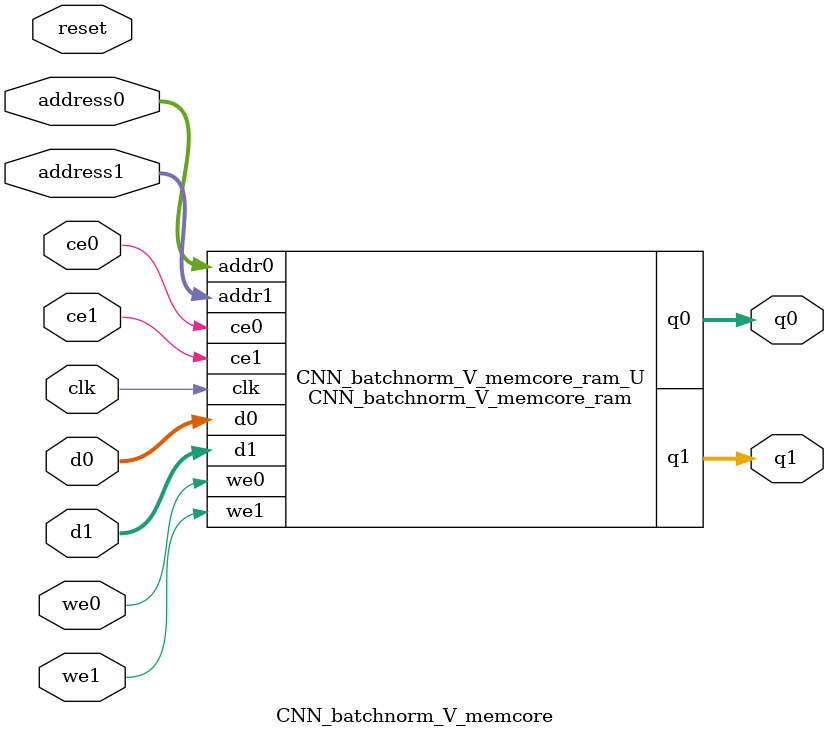
<source format=v>

`timescale 1 ns / 1 ps
module CNN_batchnorm_V_memcore_ram (addr0, ce0, d0, we0, q0, addr1, ce1, d1, we1, q1,  clk);

parameter DWIDTH = 48;
parameter AWIDTH = 11;
parameter MEM_SIZE = 1568;

input[AWIDTH-1:0] addr0;
input ce0;
input[DWIDTH-1:0] d0;
input we0;
output reg[DWIDTH-1:0] q0;
input[AWIDTH-1:0] addr1;
input ce1;
input[DWIDTH-1:0] d1;
input we1;
output reg[DWIDTH-1:0] q1;
input clk;

(* ram_style = "block" *)reg [DWIDTH-1:0] ram[0:MEM_SIZE-1];




always @(posedge clk)  
begin 
    if (ce0) 
    begin
        if (we0) 
        begin 
            ram[addr0] <= d0; 
            q0 <= d0;
        end 
        else 
            q0 <= ram[addr0];
    end
end


always @(posedge clk)  
begin 
    if (ce1) 
    begin
        if (we1) 
        begin 
            ram[addr1] <= d1; 
            q1 <= d1;
        end 
        else 
            q1 <= ram[addr1];
    end
end


endmodule


`timescale 1 ns / 1 ps
module CNN_batchnorm_V_memcore(
    reset,
    clk,
    address0,
    ce0,
    we0,
    d0,
    q0,
    address1,
    ce1,
    we1,
    d1,
    q1);

parameter DataWidth = 32'd48;
parameter AddressRange = 32'd1568;
parameter AddressWidth = 32'd11;
input reset;
input clk;
input[AddressWidth - 1:0] address0;
input ce0;
input we0;
input[DataWidth - 1:0] d0;
output[DataWidth - 1:0] q0;
input[AddressWidth - 1:0] address1;
input ce1;
input we1;
input[DataWidth - 1:0] d1;
output[DataWidth - 1:0] q1;



CNN_batchnorm_V_memcore_ram CNN_batchnorm_V_memcore_ram_U(
    .clk( clk ),
    .addr0( address0 ),
    .ce0( ce0 ),
    .we0( we0 ),
    .d0( d0 ),
    .q0( q0 ),
    .addr1( address1 ),
    .ce1( ce1 ),
    .we1( we1 ),
    .d1( d1 ),
    .q1( q1 ));

endmodule


</source>
